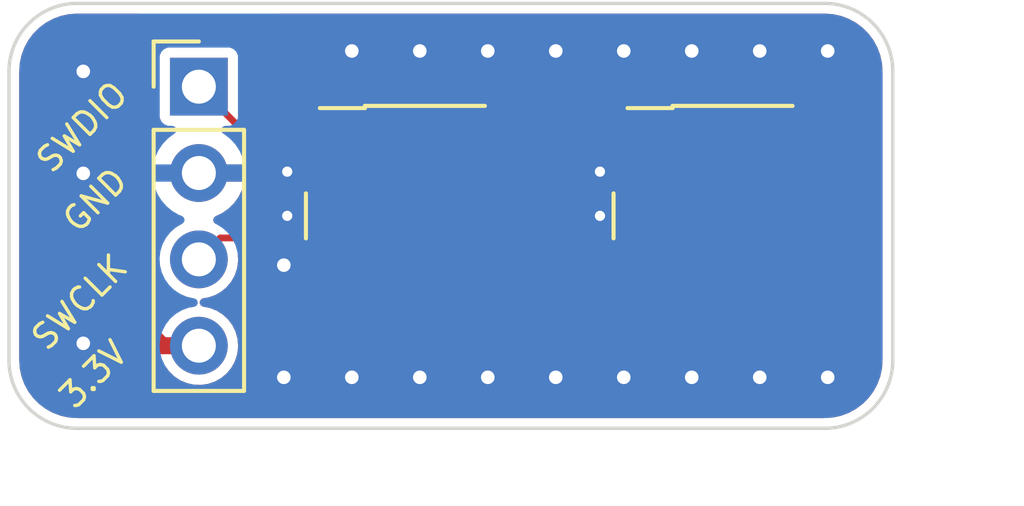
<source format=kicad_pcb>
(kicad_pcb (version 20211014) (generator pcbnew)
  (layers (0 "F.Cu" signal) (31 "B.Cu" signal) (34 "B.Paste" user) (35 "F.Paste" user) (36 "B.SilkS" user "B.Silkscreen") (37 "F.SilkS" user "F.Silkscreen") (38 "B.Mask" user) (39 "F.Mask" user) (44 "Edge.Cuts" user))
  (net 0 "")
  (net 1 "/nRESET")
  (net 2 "/TDI")
  (net 3 "GND")
  (net 4 "/SWO")
  (net 5 "/SWCLK")
  (net 6 "/VTref")
  (net 7 "/SWDIO")
  (footprint "fp:FTSH-105-01-F-DV-K-TR" (layer "F.Cu") (at 150.2 94.45)
    (fp_text reference "J1" hide)
    (fp_text value "Conn_02x05_Odd_Even")
    (fp_line (start -1.765 -3.235) (end -1.765 -3.17) (layer "F.SilkS") (width 0.12))
    (fp_line (start -3.09 -3.17) (end -1.765 -3.17) (layer "F.SilkS") (width 0.12))
    (fp_line (start -1.765 -3.235) (end 1.765 -3.235) (layer "F.SilkS") (width 0.12))
    (fp_line (start -3.5 -0.6625) (end -3.5 0.6625) (layer "F.SilkS") (width 0.12))
    (pad "1" smd roundrect (at -1.95 -2.54) (size 2.4 0.74) (layers "F.Cu" "F.Paste" "F.Mask") (net 6 "/VTref"))
    (pad "2" smd roundrect (at 1.95 -2.54) (size 2.4 0.74) (layers "F.Cu" "F.Paste" "F.Mask") (net 7 "/SWDIO"))
    (pad "3" smd roundrect (at -1.95 -1.27) (size 2.4 0.74) (layers "F.Cu" "F.Paste" "F.Mask") (net 3 "GND"))
    (pad "4" smd roundrect (at 1.95 -1.27) (size 2.4 0.74) (layers "F.Cu" "F.Paste" "F.Mask") (net 5 "/SWCLK"))
    (pad "5" smd roundrect (at -1.95 0) (size 2.4 0.74) (layers "F.Cu" "F.Paste" "F.Mask") (net 3 "GND"))
    (pad "6" smd roundrect (at 1.95 0) (size 2.4 0.74) (layers "F.Cu" "F.Paste" "F.Mask") (net 4 "/SWO"))
    (pad "7" smd roundrect (at -1.95 1.27) (size 2.4 0.74) (layers "F.Cu" "F.Paste" "F.Mask"))
    (pad "8" smd roundrect (at 1.95 1.27) (size 2.4 0.74) (layers "F.Cu" "F.Paste" "F.Mask") (net 2 "/TDI"))
    (pad "9" smd roundrect (at -1.95 2.54) (size 2.4 0.74) (layers "F.Cu" "F.Paste" "F.Mask"))
    (pad "10" smd roundrect (at 1.95 2.54) (size 2.4 0.74) (layers "F.Cu" "F.Paste" "F.Mask") (net 1 "/nRESET"))
  )
  (footprint "fp:FTSH-105-01-F-DV-K-TR" (layer "F.Cu") (at 141.15 94.45)
    (fp_text reference "J2" hide)
    (fp_text value "Conn_02x05_Odd_Even")
    (fp_line (start -1.765 -3.235) (end 1.765 -3.235) (layer "F.SilkS") (width 0.12))
    (fp_line (start -3.09 -3.17) (end -1.765 -3.17) (layer "F.SilkS") (width 0.12))
    (fp_line (start -1.765 -3.235) (end -1.765 -3.17) (layer "F.SilkS") (width 0.12))
    (fp_line (start -3.5 -0.6625) (end -3.5 0.6625) (layer "F.SilkS") (width 0.12))
    (pad "1" smd roundrect (at -1.95 -2.54) (size 2.4 0.74) (layers "F.Cu" "F.Paste" "F.Mask") (net 6 "/VTref"))
    (pad "2" smd roundrect (at 1.95 -2.54) (size 2.4 0.74) (layers "F.Cu" "F.Paste" "F.Mask") (net 7 "/SWDIO"))
    (pad "3" smd roundrect (at -1.95 -1.27) (size 2.4 0.74) (layers "F.Cu" "F.Paste" "F.Mask") (net 3 "GND"))
    (pad "4" smd roundrect (at 1.95 -1.27) (size 2.4 0.74) (layers "F.Cu" "F.Paste" "F.Mask") (net 5 "/SWCLK"))
    (pad "5" smd roundrect (at -1.95 0) (size 2.4 0.74) (layers "F.Cu" "F.Paste" "F.Mask") (net 3 "GND"))
    (pad "6" smd roundrect (at 1.95 0) (size 2.4 0.74) (layers "F.Cu" "F.Paste" "F.Mask") (net 4 "/SWO"))
    (pad "7" smd roundrect (at -1.95 1.27) (size 2.4 0.74) (layers "F.Cu" "F.Paste" "F.Mask"))
    (pad "8" smd roundrect (at 1.95 1.27) (size 2.4 0.74) (layers "F.Cu" "F.Paste" "F.Mask") (net 2 "/TDI"))
    (pad "9" smd roundrect (at -1.95 2.54) (size 2.4 0.74) (layers "F.Cu" "F.Paste" "F.Mask"))
    (pad "10" smd roundrect (at 1.95 2.54) (size 2.4 0.74) (layers "F.Cu" "F.Paste" "F.Mask") (net 1 "/nRESET"))
  )
  (footprint "Connector_PinHeader_2.54mm:PinHeader_1x04_P2.54mm_Vertical" (layer "F.Cu") (at 134.5 90.65)
    (fp_text reference "J3" hide)
    (fp_text value "Conn_01x04")
    (fp_line (start -1.33 1.27) (end -1.33 8.95) (layer "F.SilkS") (width 0.12))
    (fp_line (start -1.33 8.95) (end 1.33 8.95) (layer "F.SilkS") (width 0.12))
    (fp_line (start 1.33 1.27) (end 1.33 8.95) (layer "F.SilkS") (width 0.12))
    (fp_line (start -1.33 0) (end -1.33 -1.33) (layer "F.SilkS") (width 0.12))
    (fp_line (start -1.33 1.27) (end 1.33 1.27) (layer "F.SilkS") (width 0.12))
    (fp_line (start -1.33 -1.33) (end 0 -1.33) (layer "F.SilkS") (width 0.12))
    (pad "1" thru_hole rect (at 0 0) (size 1.7 1.7) (drill 1) (layers *.Cu *.Mask) (net 7 "/SWDIO"))
    (pad "2" thru_hole oval (at 0 2.54) (size 1.7 1.7) (drill 1) (layers *.Cu *.Mask) (net 3 "GND"))
    (pad "3" thru_hole oval (at 0 5.08) (size 1.7 1.7) (drill 1) (layers *.Cu *.Mask) (net 5 "/SWCLK"))
    (pad "4" thru_hole oval (at 0 7.62) (size 1.7 1.7) (drill 1) (layers *.Cu *.Mask) (net 6 "/VTref"))
  )
  (gr_line (start 152.914213 100.7) (end 130.914213 100.7) (layer "Edge.Cuts") (width 0.1))
  (gr_arc (start 128.914213 90.2) (mid 129.5 88.785787) (end 130.914213 88.2) (layer "Edge.Cuts") (width 0.1))
  (gr_line (start 130.914213 88.2) (end 152.914213 88.2) (layer "Edge.Cuts") (width 0.1))
  (gr_line (start 128.914213 98.7) (end 128.914213 90.2) (layer "Edge.Cuts") (width 0.1))
  (gr_arc (start 154.914213 98.7) (mid 154.328426 100.114213) (end 152.914213 100.7) (layer "Edge.Cuts") (width 0.1))
  (gr_arc (start 130.914213 100.7) (mid 129.5 100.114213) (end 128.914213 98.7) (layer "Edge.Cuts") (width 0.1))
  (gr_line (start 154.914213 90.2) (end 154.914213 98.7) (layer "Edge.Cuts") (width 0.1))
  (gr_arc (start 152.914213 88.2) (mid 154.328426 88.785787) (end 154.914213 90.2) (layer "Edge.Cuts") (width 0.1))
  (gr_text "3.3V" (at 132.25 98.27 45) (layer "F.SilkS") (effects (font (size 0.7 0.7) (thickness 0.1)) (justify right)))
  (gr_text "SWDIO" (at 132.25 90.65 45) (layer "F.SilkS") (effects (font (size 0.7 0.7) (thickness 0.1)) (justify right)))
  (gr_text "GND" (at 132.25 93.19 45) (layer "F.SilkS") (effects (font (size 0.7 0.7) (thickness 0.1)) (justify right)))
  (gr_text "SWCLK" (at 132.25 95.73 45) (layer "F.SilkS") (effects (font (size 0.7 0.7) (thickness 0.1)) (justify right)))
  (segment (start 143.1 96.99) (end 143.96 97.85) (width 0.2) (layer "F.Cu") (net 1))
  (segment (start 143.96 97.85) (end 151.29 97.85) (width 0.2) (layer "F.Cu") (net 1))
  (segment (start 151.29 97.85) (end 152.15 96.99) (width 0.2) (layer "F.Cu") (net 1))
  (segment (start 143.1 95.72) (end 143.72 96.34) (width 0.2) (layer "F.Cu") (net 2))
  (segment (start 143.72 96.34) (end 151.53 96.34) (width 0.2) (layer "F.Cu") (net 2))
  (segment (start 151.53 96.34) (end 152.15 95.72) (width 0.2) (layer "F.Cu") (net 2))
  (via (at 141 89.6) (size 0.8) (drill 0.4) (layers "F.Cu" "B.Cu") (net 3))
  (via (at 137.1 93.15) (size 0.7) (drill 0.3) (layers "F.Cu" "B.Cu") (net 3))
  (via (at 146.3 93.15) (size 0.7) (drill 0.3) (layers "F.Cu" "B.Cu") (net 3))
  (via (at 153 99.2) (size 0.8) (drill 0.4) (layers "F.Cu" "B.Cu") (net 3))
  (via (at 147 99.2) (size 0.8) (drill 0.4) (layers "F.Cu" "B.Cu") (net 3))
  (via (at 131.1 93.2) (size 0.8) (drill 0.4) (layers "F.Cu" "B.Cu") (net 3))
  (via (at 139 89.6) (size 0.8) (drill 0.4) (layers "F.Cu" "B.Cu") (net 3))
  (via (at 151 99.2) (size 0.8) (drill 0.4) (layers "F.Cu" "B.Cu") (net 3))
  (via (at 137.1 94.45) (size 0.7) (drill 0.3) (layers "F.Cu" "B.Cu") (net 3))
  (via (at 147 89.6) (size 0.8) (drill 0.4) (layers "F.Cu" "B.Cu") (net 3))
  (via (at 131.1 90.2) (size 0.8) (drill 0.4) (layers "F.Cu" "B.Cu") (net 3))
  (via (at 143 89.6) (size 0.8) (drill 0.4) (layers "F.Cu" "B.Cu") (net 3))
  (via (at 153 89.6) (size 0.8) (drill 0.4) (layers "F.Cu" "B.Cu") (net 3))
  (via (at 145 89.6) (size 0.8) (drill 0.4) (layers "F.Cu" "B.Cu") (net 3))
  (via (at 137 99.2) (size 0.8) (drill 0.4) (layers "F.Cu" "B.Cu") (net 3))
  (via (at 141 99.2) (size 0.8) (drill 0.4) (layers "F.Cu" "B.Cu") (net 3))
  (via (at 151 89.6) (size 0.8) (drill 0.4) (layers "F.Cu" "B.Cu") (net 3))
  (via (at 145 99.2) (size 0.8) (drill 0.4) (layers "F.Cu" "B.Cu") (net 3))
  (via (at 149 99.2) (size 0.8) (drill 0.4) (layers "F.Cu" "B.Cu") (net 3))
  (via (at 139 99.2) (size 0.8) (drill 0.4) (layers "F.Cu" "B.Cu") (net 3))
  (via (at 143 99.2) (size 0.8) (drill 0.4) (layers "F.Cu" "B.Cu") (net 3))
  (via (at 149 89.6) (size 0.8) (drill 0.4) (layers "F.Cu" "B.Cu") (net 3))
  (via (at 146.3 94.45) (size 0.7) (drill 0.3) (layers "F.Cu" "B.Cu") (net 3))
  (via (at 137 95.9) (size 0.8) (drill 0.4) (layers "F.Cu" "B.Cu") (net 3))
  (via (at 131.1 98.2) (size 0.8) (drill 0.4) (layers "F.Cu" "B.Cu") (net 3))
  (segment (start 151.53 95.07) (end 152.15 94.45) (width 0.2) (layer "F.Cu") (net 4))
  (segment (start 143.1 94.45) (end 143.72 95.07) (width 0.2) (layer "F.Cu") (net 4))
  (segment (start 143.72 95.07) (end 151.53 95.07) (width 0.2) (layer "F.Cu") (net 4))
  (segment (start 135.13 95.1) (end 134.5 95.73) (width 0.2) (layer "F.Cu") (net 5))
  (segment (start 142.554817 93.18) (end 140.634817 95.1) (width 0.2) (layer "F.Cu") (net 5))
  (segment (start 143.72 93.8) (end 151.53 93.8) (width 0.2) (layer "F.Cu") (net 5))
  (segment (start 143.1 93.18) (end 142.554817 93.18) (width 0.2) (layer "F.Cu") (net 5))
  (segment (start 140.634817 95.1) (end 135.13 95.1) (width 0.2) (layer "F.Cu") (net 5))
  (segment (start 143.1 93.18) (end 143.72 93.8) (width 0.2) (layer "F.Cu") (net 5))
  (segment (start 151.53 93.8) (end 152.15 93.18) (width 0.2) (layer "F.Cu") (net 5))
  (segment (start 133.5 88.8) (end 132.4 89.9) (width 0.5) (layer "F.Cu") (net 6))
  (segment (start 139.2 91.91) (end 136.09 88.8) (width 0.5) (layer "F.Cu") (net 6))
  (segment (start 140.16 90.95) (end 147.29 90.95) (width 0.5) (layer "F.Cu") (net 6))
  (segment (start 132.4 97.25) (end 133.42 98.27) (width 0.5) (layer "F.Cu") (net 6))
  (segment (start 133.42 98.27) (end 134.5 98.27) (width 0.5) (layer "F.Cu") (net 6))
  (segment (start 136.09 88.8) (end 133.5 88.8) (width 0.5) (layer "F.Cu") (net 6))
  (segment (start 147.29 90.95) (end 148.25 91.91) (width 0.5) (layer "F.Cu") (net 6))
  (segment (start 132.4 89.9) (end 132.4 97.25) (width 0.5) (layer "F.Cu") (net 6))
  (segment (start 139.2 91.91) (end 140.16 90.95) (width 0.5) (layer "F.Cu") (net 6))
  (segment (start 151.53 92.53) (end 152.15 91.91) (width 0.2) (layer "F.Cu") (net 7))
  (segment (start 143.72 92.53) (end 151.53 92.53) (width 0.2) (layer "F.Cu") (net 7))
  (segment (start 143.1 91.91) (end 143.72 92.53) (width 0.2) (layer "F.Cu") (net 7))
  (segment (start 142.46 92.55) (end 136.4 92.55) (width 0.2) (layer "F.Cu") (net 7))
  (segment (start 143.1 91.91) (end 142.46 92.55) (width 0.2) (layer "F.Cu") (net 7))
  (segment (start 136.4 92.55) (end 134.5 90.65) (width 0.2) (layer "F.Cu") (net 7))
  (zone (net 3) (net_name "GND") (layers F&B.Cu) (connect_pads (clearance 0.3)) (min_thickness 0.254) (fill yes (thermal_gap 0.508) (thermal_bridge_width 0.508))
    (polygon (pts (xy 155.114213 100.9) (xy 128.65 100.9) (xy 128.65 88.1) (xy 155.114213 88.1)))
  )
  (zone (net 0) (net_name "") (layer "F.Cu") (connect_pads (clearance 0)) (min_thickness 0.254)
    (keepout (tracks allowed) (vias allowed) (pads allowed) (copperpour not_allowed) (footprints allowed))
    (fill (thermal_gap 0.508) (thermal_bridge_width 0.508))
    (polygon (pts (xy 141.9 97.5) (xy 140.4 97.5) (xy 140.4 91.4) (xy 141.9 91.4)))
  )
  (zone (net 0) (net_name "") (layer "F.Cu") (connect_pads (clearance 0)) (min_thickness 0.254)
    (keepout (tracks allowed) (vias allowed) (pads allowed) (copperpour not_allowed) (footprints allowed))
    (fill (thermal_gap 0.508) (thermal_bridge_width 0.508))
    (polygon (pts (xy 150.95 97.5) (xy 149.45 97.5) (xy 149.45 91.4) (xy 150.95 91.4)))
  )
)
</source>
